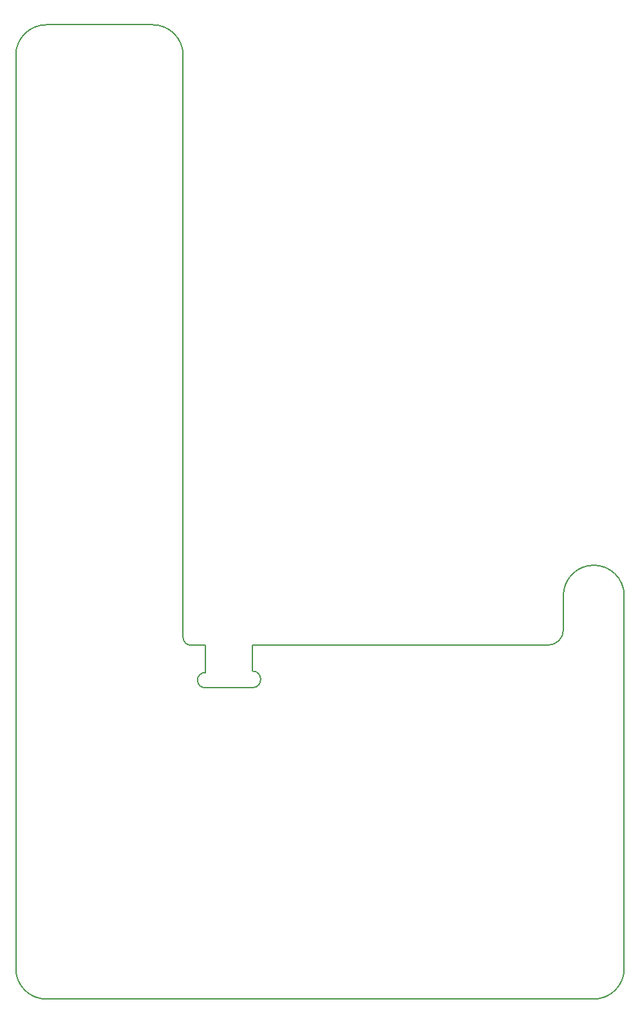
<source format=gbr>
G04 #@! TF.GenerationSoftware,KiCad,Pcbnew,(5.1.9-0-10_14)*
G04 #@! TF.CreationDate,2021-06-09T16:44:05+02:00*
G04 #@! TF.ProjectId,foodSampler_v22,666f6f64-5361-46d7-906c-65725f763232,rev?*
G04 #@! TF.SameCoordinates,Original*
G04 #@! TF.FileFunction,Profile,NP*
%FSLAX46Y46*%
G04 Gerber Fmt 4.6, Leading zero omitted, Abs format (unit mm)*
G04 Created by KiCad (PCBNEW (5.1.9-0-10_14)) date 2021-06-09 16:44:05*
%MOMM*%
%LPD*%
G01*
G04 APERTURE LIST*
G04 #@! TA.AperFunction,Profile*
%ADD10C,0.150000*%
G04 #@! TD*
G04 APERTURE END LIST*
D10*
X98000000Y-159000000D02*
X102000000Y-159000000D01*
X88000000Y-159000000D02*
X98000000Y-159000000D01*
X49000000Y-112500000D02*
X50900000Y-112500000D01*
X49000000Y-112500000D02*
G75*
G02*
X48000000Y-111500000I0J1000000D01*
G01*
X98000000Y-110500000D02*
G75*
G02*
X96000000Y-112500000I-2000000J0D01*
G01*
X85900000Y-159000000D02*
X88000000Y-159000000D01*
X76100000Y-159000000D02*
X85900000Y-159000000D01*
X57100000Y-115900000D02*
G75*
G02*
X57100000Y-118100000I0J-1100000D01*
G01*
X50900000Y-118100000D02*
G75*
G02*
X50900000Y-116100000I0J1000000D01*
G01*
X57100000Y-115900000D02*
X57100000Y-112500000D01*
X50900000Y-118100000D02*
X57100000Y-118100000D01*
X50900000Y-112500000D02*
X50900000Y-116100000D01*
X30000000Y-159000000D02*
X61500000Y-159000000D01*
X70500000Y-159000000D02*
X76100000Y-159000000D01*
X61500000Y-159000000D02*
X70500000Y-159000000D01*
X44000000Y-31000000D02*
G75*
G02*
X48000000Y-35000000I0J-4000000D01*
G01*
X98000000Y-106000000D02*
G75*
G02*
X102000000Y-102000000I4000000J0D01*
G01*
X102000000Y-102000000D02*
G75*
G02*
X106000000Y-106000000I0J-4000000D01*
G01*
X98000000Y-110500000D02*
X98000000Y-106000000D01*
X57100000Y-112500000D02*
X96000000Y-112500000D01*
X48000000Y-102000000D02*
X48000000Y-111500000D01*
X30000000Y-159000000D02*
G75*
G02*
X26000000Y-155000000I0J4000000D01*
G01*
X26000000Y-35000000D02*
G75*
G02*
X30000000Y-31000000I4000000J0D01*
G01*
X106000000Y-155000000D02*
G75*
G02*
X102000000Y-159000000I-4000000J0D01*
G01*
X26000000Y-155000000D02*
X26000000Y-35000000D01*
X106000000Y-106000000D02*
X106000000Y-155000000D01*
X48000000Y-35000000D02*
X48000000Y-102000000D01*
X30000000Y-31000000D02*
X44000000Y-31000000D01*
M02*

</source>
